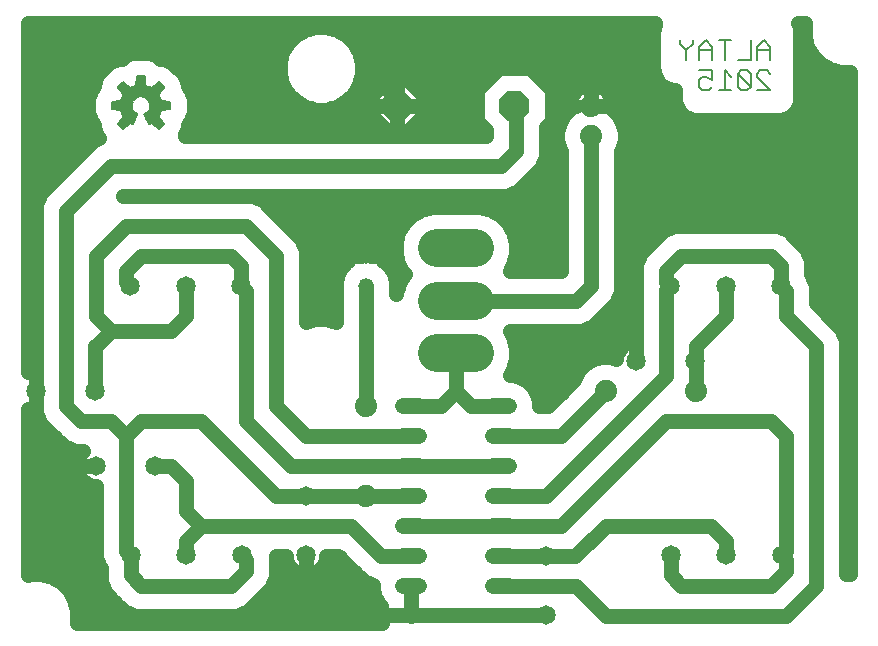
<source format=gbl>
G75*
%MOIN*%
%OFA0B0*%
%FSLAX24Y24*%
%IPPOS*%
%LPD*%
%AMOC8*
5,1,8,0,0,1.08239X$1,22.5*
%
%ADD10C,0.0060*%
%ADD11C,0.0520*%
%ADD12C,0.0740*%
%ADD13C,0.0059*%
%ADD14C,0.0650*%
%ADD15OC8,0.1000*%
%ADD16C,0.0520*%
%ADD17C,0.1260*%
%ADD18C,0.0650*%
%ADD19C,0.0500*%
D10*
X023566Y029030D02*
X023780Y029030D01*
X023886Y029137D01*
X023886Y029350D02*
X023673Y029457D01*
X023566Y029457D01*
X023459Y029350D01*
X023459Y029137D01*
X023566Y029030D01*
X023886Y029350D02*
X023886Y029671D01*
X023459Y029671D01*
X023459Y030030D02*
X023459Y030457D01*
X023673Y030671D01*
X023886Y030457D01*
X023886Y030030D01*
X023886Y030350D02*
X023459Y030350D01*
X023242Y030564D02*
X023242Y030671D01*
X023242Y030564D02*
X023028Y030350D01*
X023028Y030030D01*
X023028Y030350D02*
X022815Y030564D01*
X022815Y030671D01*
X024104Y030671D02*
X024531Y030671D01*
X024317Y030671D02*
X024317Y030030D01*
X024317Y029671D02*
X024317Y029030D01*
X024104Y029030D02*
X024531Y029030D01*
X024748Y029137D02*
X024748Y029564D01*
X025175Y029137D01*
X025069Y029030D01*
X024855Y029030D01*
X024748Y029137D01*
X024531Y029457D02*
X024317Y029671D01*
X024748Y029564D02*
X024855Y029671D01*
X025069Y029671D01*
X025175Y029564D01*
X025175Y029137D01*
X025393Y029030D02*
X025820Y029030D01*
X025393Y029457D01*
X025393Y029564D01*
X025500Y029671D01*
X025713Y029671D01*
X025820Y029564D01*
X025820Y030030D02*
X025820Y030457D01*
X025606Y030671D01*
X025393Y030457D01*
X025393Y030030D01*
X025175Y030030D02*
X024748Y030030D01*
X025175Y030030D02*
X025175Y030671D01*
X025393Y030350D02*
X025820Y030350D01*
D11*
X017110Y018500D02*
X016590Y018500D01*
X016590Y017500D02*
X017110Y017500D01*
X017110Y016500D02*
X016590Y016500D01*
X016590Y015500D02*
X017110Y015500D01*
X017110Y014500D02*
X016590Y014500D01*
X016590Y013500D02*
X017110Y013500D01*
X017110Y012500D02*
X016590Y012500D01*
X014110Y012500D02*
X013590Y012500D01*
X013590Y013500D02*
X014110Y013500D01*
X014110Y014500D02*
X013590Y014500D01*
X013590Y015500D02*
X014110Y015500D01*
X014110Y016500D02*
X013590Y016500D01*
X013590Y017500D02*
X014110Y017500D01*
X014110Y018500D02*
X013590Y018500D01*
D12*
X012350Y018500D03*
X012350Y015500D03*
X020350Y019000D03*
X023350Y019000D03*
X019850Y027500D03*
X019850Y028500D03*
D13*
X005827Y028522D02*
X005156Y028522D01*
X005157Y028517D02*
X005154Y028454D01*
X005138Y028393D01*
X005110Y028336D01*
X005072Y028287D01*
X005023Y028246D01*
X004968Y028216D01*
X005109Y027875D01*
X005209Y027926D01*
X005456Y027724D01*
X005626Y027894D01*
X005424Y028141D01*
X005475Y028241D01*
X005509Y028348D01*
X005827Y028380D01*
X005827Y028620D01*
X005509Y028652D01*
X005475Y028759D01*
X005424Y028859D01*
X005626Y029106D01*
X005456Y029276D01*
X005209Y029074D01*
X005109Y029125D01*
X005002Y029159D01*
X004970Y029477D01*
X004730Y029477D01*
X004698Y029159D01*
X004591Y029125D01*
X004491Y029074D01*
X004244Y029276D01*
X004074Y029106D01*
X004276Y028859D01*
X004225Y028759D01*
X004191Y028652D01*
X003873Y028620D01*
X003873Y028380D01*
X004191Y028348D01*
X004225Y028241D01*
X004276Y028141D01*
X004074Y027894D01*
X004244Y027724D01*
X004491Y027926D01*
X004591Y027875D01*
X004732Y028216D01*
X004679Y028244D01*
X004632Y028282D01*
X004594Y028329D01*
X004566Y028382D01*
X004548Y028440D01*
X004542Y028500D01*
X004549Y028563D01*
X004568Y028623D01*
X004599Y028678D01*
X004641Y028725D01*
X004691Y028763D01*
X004748Y028790D01*
X004810Y028805D01*
X004873Y028807D01*
X004935Y028796D01*
X004994Y028772D01*
X005046Y028737D01*
X005090Y028692D01*
X005125Y028639D01*
X005147Y028580D01*
X005827Y028580D01*
X005827Y028465D02*
X005155Y028465D01*
X005157Y028517D02*
X005147Y028580D01*
X005125Y028637D02*
X005655Y028637D01*
X005496Y028695D02*
X005087Y028695D01*
X005023Y028753D02*
X005477Y028753D01*
X005449Y028810D02*
X004251Y028810D01*
X004269Y028868D02*
X005431Y028868D01*
X005478Y028925D02*
X004222Y028925D01*
X004175Y028983D02*
X005525Y028983D01*
X005572Y029040D02*
X004128Y029040D01*
X004081Y029098D02*
X004462Y029098D01*
X004538Y029098D02*
X005162Y029098D01*
X005238Y029098D02*
X005619Y029098D01*
X005576Y029155D02*
X005309Y029155D01*
X005379Y029213D02*
X005519Y029213D01*
X005461Y029271D02*
X005450Y029271D01*
X005014Y029155D02*
X004686Y029155D01*
X004703Y029213D02*
X004997Y029213D01*
X004991Y029271D02*
X004709Y029271D01*
X004715Y029328D02*
X004985Y029328D01*
X004979Y029386D02*
X004721Y029386D01*
X004727Y029443D02*
X004973Y029443D01*
X004391Y029155D02*
X004124Y029155D01*
X004181Y029213D02*
X004321Y029213D01*
X004250Y029271D02*
X004239Y029271D01*
X004223Y028753D02*
X004677Y028753D01*
X004614Y028695D02*
X004204Y028695D01*
X004045Y028637D02*
X004576Y028637D01*
X004554Y028580D02*
X003873Y028580D01*
X003873Y028522D02*
X004545Y028522D01*
X004546Y028465D02*
X003873Y028465D01*
X003873Y028407D02*
X004558Y028407D01*
X004583Y028350D02*
X004172Y028350D01*
X004208Y028292D02*
X004625Y028292D01*
X004697Y028235D02*
X004228Y028235D01*
X004258Y028177D02*
X004716Y028177D01*
X004692Y028119D02*
X004258Y028119D01*
X004211Y028062D02*
X004669Y028062D01*
X004645Y028004D02*
X004164Y028004D01*
X004117Y027947D02*
X004621Y027947D01*
X004597Y027889D02*
X004563Y027889D01*
X004446Y027889D02*
X004079Y027889D01*
X004137Y027832D02*
X004376Y027832D01*
X004305Y027774D02*
X004194Y027774D01*
X005008Y028119D02*
X005442Y028119D01*
X005442Y028177D02*
X004984Y028177D01*
X005002Y028235D02*
X005472Y028235D01*
X005492Y028292D02*
X005076Y028292D01*
X005117Y028350D02*
X005528Y028350D01*
X005489Y028062D02*
X005031Y028062D01*
X005055Y028004D02*
X005536Y028004D01*
X005583Y027947D02*
X005079Y027947D01*
X005103Y027889D02*
X005137Y027889D01*
X005254Y027889D02*
X005621Y027889D01*
X005563Y027832D02*
X005324Y027832D01*
X005395Y027774D02*
X005506Y027774D01*
X005827Y028407D02*
X005142Y028407D01*
D14*
X004488Y022492D03*
X006350Y022492D03*
X008189Y022496D03*
X008212Y013508D03*
X006350Y013508D03*
X004511Y013504D03*
X022511Y013504D03*
X024350Y013508D03*
X026212Y013508D03*
X026189Y022496D03*
X024350Y022492D03*
X022488Y022492D03*
D15*
X017300Y028500D03*
X013400Y028500D03*
D16*
X012350Y023500D03*
X012350Y022500D03*
D17*
X014720Y022000D02*
X015980Y022000D01*
X015980Y023750D02*
X014720Y023750D01*
X014720Y020250D02*
X015980Y020250D01*
D18*
X021366Y020000D03*
X023334Y020000D03*
X018350Y013484D03*
X018350Y011516D03*
X010350Y013516D03*
X010350Y015484D03*
X005334Y016500D03*
X003366Y016500D03*
X003334Y019000D03*
X001366Y019000D03*
D19*
X002730Y011318D02*
X002712Y011250D01*
X012871Y011250D01*
X012850Y011301D01*
X012850Y011812D01*
X012782Y011880D01*
X012649Y012110D01*
X012580Y012367D01*
X012580Y012529D01*
X012284Y012652D01*
X012002Y012934D01*
X011436Y013500D01*
X011025Y013500D01*
X011025Y013472D01*
X011013Y013384D01*
X010991Y013298D01*
X010957Y013217D01*
X010912Y013140D01*
X010859Y013070D01*
X010796Y013007D01*
X010726Y012953D01*
X010649Y012909D01*
X010567Y012875D01*
X010482Y012852D01*
X010394Y012841D01*
X010350Y012841D01*
X010350Y013500D01*
X010350Y012841D01*
X010306Y012841D01*
X010218Y012852D01*
X010133Y012875D01*
X010051Y012909D01*
X009974Y012953D01*
X009904Y013007D01*
X009841Y013070D01*
X009788Y013140D01*
X009743Y013217D01*
X009709Y013298D01*
X009687Y013384D01*
X009675Y013472D01*
X009675Y013500D01*
X009350Y013500D01*
X009350Y012801D01*
X009198Y012434D01*
X008916Y012152D01*
X008416Y011652D01*
X008049Y011500D01*
X004651Y011500D01*
X004284Y011652D01*
X004002Y011934D01*
X003664Y012272D01*
X003511Y012640D01*
X003511Y013086D01*
X003510Y013089D01*
X003509Y013092D01*
X003502Y013099D01*
X003350Y013466D01*
X003350Y015825D01*
X003322Y015825D01*
X003234Y015837D01*
X003148Y015859D01*
X003067Y015893D01*
X002990Y015938D01*
X002920Y015991D01*
X002857Y016054D01*
X002803Y016124D01*
X002759Y016201D01*
X002725Y016283D01*
X002702Y016368D01*
X002691Y016456D01*
X002691Y016500D01*
X003350Y016500D01*
X003350Y016500D01*
X002691Y016500D01*
X002691Y016544D01*
X002702Y016632D01*
X002725Y016717D01*
X002759Y016799D01*
X002803Y016876D01*
X002857Y016946D01*
X002911Y017000D01*
X002651Y017000D01*
X002284Y017152D01*
X002002Y017434D01*
X001502Y017934D01*
X001350Y018301D01*
X001350Y018325D01*
X001322Y018325D01*
X001234Y018337D01*
X001148Y018359D01*
X001100Y018379D01*
X001100Y012862D01*
X001168Y012880D01*
X001532Y012880D01*
X001883Y012786D01*
X002197Y012604D01*
X002454Y012347D01*
X002636Y012033D01*
X002730Y011682D01*
X002730Y011318D01*
X002730Y011458D02*
X012850Y011458D01*
X012738Y011957D02*
X008721Y011957D01*
X009207Y012455D02*
X012580Y012455D01*
X012002Y012934D02*
X012002Y012934D01*
X011982Y012954D02*
X010726Y012954D01*
X010350Y012954D02*
X010350Y012954D01*
X010350Y013000D02*
X010350Y013516D01*
X010350Y012000D01*
X009850Y011500D01*
X003350Y011500D01*
X001350Y013500D01*
X001350Y016000D01*
X001850Y016500D01*
X003366Y016500D01*
X002854Y016942D02*
X001100Y016942D01*
X001350Y017000D02*
X001850Y016500D01*
X001350Y017000D02*
X001350Y020484D01*
X001366Y019000D01*
X001366Y028516D01*
X002850Y031000D01*
X011900Y031250D01*
X013400Y028500D01*
X014250Y028500D01*
X014250Y028852D01*
X013752Y029350D01*
X013400Y029350D01*
X013400Y028500D01*
X013400Y028500D01*
X013400Y028500D01*
X014250Y028500D01*
X014250Y028148D01*
X013752Y027650D01*
X013400Y027650D01*
X013400Y028500D01*
X013400Y028500D01*
X013400Y028500D01*
X012550Y028500D01*
X012550Y028852D01*
X013048Y029350D01*
X013400Y029350D01*
X013400Y028500D01*
X013400Y027650D01*
X013048Y027650D01*
X012550Y028148D01*
X012550Y028500D01*
X013400Y028500D01*
X013400Y028407D02*
X013400Y028407D01*
X013400Y028906D02*
X013400Y028906D01*
X014197Y028906D02*
X016050Y028906D01*
X016050Y029018D02*
X016050Y027982D01*
X016350Y027682D01*
X016350Y027500D01*
X006306Y027500D01*
X006331Y027559D01*
X006385Y027661D01*
X006390Y027701D01*
X006405Y027739D01*
X006405Y027854D01*
X006405Y027856D01*
X006406Y027857D01*
X006488Y027938D01*
X006503Y027976D01*
X006529Y028007D01*
X006562Y028118D01*
X006606Y028225D01*
X006606Y028266D01*
X006618Y028305D01*
X006606Y028420D01*
X006606Y028580D01*
X006618Y028695D01*
X006606Y028734D01*
X006606Y028775D01*
X006562Y028882D01*
X006529Y028993D01*
X006503Y029024D01*
X006488Y029062D01*
X006406Y029143D01*
X006405Y029144D01*
X006405Y029146D01*
X006405Y029261D01*
X006390Y029299D01*
X006385Y029339D01*
X006331Y029441D01*
X006286Y029548D01*
X006258Y029576D01*
X006238Y029612D01*
X006149Y029685D01*
X006035Y029799D01*
X005962Y029888D01*
X005926Y029908D01*
X005898Y029936D01*
X005791Y029981D01*
X005689Y030035D01*
X005649Y030040D01*
X005611Y030055D01*
X005496Y030055D01*
X005494Y030055D01*
X005493Y030056D01*
X005412Y030138D01*
X005374Y030153D01*
X005343Y030179D01*
X005232Y030212D01*
X005125Y030256D01*
X005084Y030256D01*
X005045Y030268D01*
X004930Y030256D01*
X004770Y030256D01*
X004655Y030268D01*
X004616Y030256D01*
X004575Y030256D01*
X004468Y030212D01*
X004357Y030179D01*
X004326Y030153D01*
X004288Y030138D01*
X004207Y030056D01*
X004206Y030055D01*
X004204Y030055D01*
X004089Y030055D01*
X004051Y030040D01*
X004011Y030035D01*
X003909Y029981D01*
X003802Y029936D01*
X003774Y029908D01*
X003738Y029888D01*
X003665Y029799D01*
X003551Y029685D01*
X003462Y029612D01*
X003442Y029576D01*
X003414Y029548D01*
X003369Y029441D01*
X003315Y029339D01*
X003310Y029299D01*
X003295Y029261D01*
X003295Y029146D01*
X003295Y029144D01*
X003294Y029143D01*
X003212Y029062D01*
X003197Y029024D01*
X003171Y028993D01*
X003138Y028882D01*
X003094Y028775D01*
X003094Y028734D01*
X003082Y028695D01*
X003094Y028580D01*
X003094Y028420D01*
X003082Y028305D01*
X003094Y028266D01*
X003094Y028225D01*
X003138Y028118D01*
X003171Y028007D01*
X003197Y027976D01*
X003212Y027938D01*
X003294Y027857D01*
X003295Y027856D01*
X003295Y027854D01*
X003295Y027739D01*
X003310Y027701D01*
X003315Y027661D01*
X003369Y027559D01*
X003414Y027452D01*
X003442Y027424D01*
X003447Y027415D01*
X003284Y027348D01*
X003002Y027066D01*
X001502Y025566D01*
X001350Y025199D01*
X001350Y019675D01*
X001322Y019675D01*
X001234Y019663D01*
X001148Y019641D01*
X001100Y019621D01*
X001100Y031246D01*
X021997Y031246D01*
X021986Y031220D01*
X021970Y031178D01*
X021956Y031135D01*
X021945Y031091D01*
X021937Y031046D01*
X021932Y031001D01*
X021929Y030956D01*
X021929Y029744D01*
X021932Y029699D01*
X021937Y029654D01*
X021945Y029609D01*
X021956Y029565D01*
X021970Y029522D01*
X021986Y029480D01*
X022004Y029438D01*
X022025Y029398D01*
X022049Y029359D01*
X022074Y029322D01*
X022102Y029286D01*
X022133Y029252D01*
X022165Y029220D01*
X022198Y029190D01*
X022234Y029162D01*
X022271Y029137D01*
X022310Y029113D01*
X022350Y029092D01*
X022392Y029073D01*
X022434Y029057D01*
X022477Y029044D01*
X022521Y029033D01*
X022566Y029025D01*
X022611Y029019D01*
X022646Y029017D01*
X022646Y028744D01*
X022648Y028699D01*
X022654Y028654D01*
X022662Y028609D01*
X022673Y028565D01*
X022686Y028522D01*
X022703Y028480D01*
X022721Y028438D01*
X022742Y028398D01*
X022766Y028359D01*
X022791Y028322D01*
X022819Y028286D01*
X022849Y028252D01*
X022881Y028220D01*
X022915Y028190D01*
X022951Y028162D01*
X022988Y028137D01*
X023027Y028113D01*
X023067Y028092D01*
X023109Y028073D01*
X023151Y028057D01*
X023194Y028044D01*
X023238Y028033D01*
X023283Y028025D01*
X023328Y028019D01*
X023373Y028017D01*
X026106Y028017D01*
X026151Y028019D01*
X026196Y028025D01*
X026241Y028033D01*
X026285Y028044D01*
X026328Y028057D01*
X026370Y028073D01*
X026412Y028092D01*
X026452Y028113D01*
X026491Y028137D01*
X026528Y028162D01*
X026564Y028190D01*
X026598Y028220D01*
X026630Y028252D01*
X026660Y028286D01*
X026688Y028322D01*
X026713Y028359D01*
X026737Y028398D01*
X026758Y028438D01*
X026777Y028480D01*
X026793Y028522D01*
X026806Y028565D01*
X026817Y028609D01*
X026825Y028654D01*
X026831Y028699D01*
X026833Y028744D01*
X026833Y030956D01*
X026831Y031001D01*
X026825Y031046D01*
X026817Y031091D01*
X026806Y031135D01*
X026793Y031178D01*
X026777Y031220D01*
X026765Y031246D01*
X026987Y031246D01*
X026970Y031182D01*
X026970Y030818D01*
X027064Y030467D01*
X027246Y030153D01*
X027503Y029896D01*
X027817Y029714D01*
X028168Y029620D01*
X028470Y029620D01*
X028470Y012880D01*
X028350Y012880D01*
X028350Y020699D01*
X028198Y021066D01*
X027350Y021914D01*
X027350Y022534D01*
X027198Y022901D01*
X027191Y022908D01*
X027190Y022911D01*
X027189Y022914D01*
X027189Y023360D01*
X027036Y023728D01*
X026698Y024066D01*
X026698Y024066D01*
X026416Y024348D01*
X026049Y024500D01*
X022651Y024500D01*
X022284Y024348D01*
X021784Y023848D01*
X021502Y023566D01*
X021350Y023199D01*
X021350Y020675D01*
X021322Y020675D01*
X021234Y020663D01*
X021148Y020641D01*
X021067Y020607D01*
X020990Y020562D01*
X020920Y020509D01*
X020857Y020446D01*
X020803Y020376D01*
X020759Y020299D01*
X020725Y020217D01*
X020702Y020132D01*
X020694Y020067D01*
X020497Y020120D01*
X020203Y020120D01*
X019918Y020044D01*
X019662Y019896D01*
X019454Y019688D01*
X019306Y019432D01*
X019284Y019348D01*
X018436Y018500D01*
X018120Y018500D01*
X018120Y018633D01*
X018051Y018890D01*
X017918Y019120D01*
X017730Y019308D01*
X017500Y019441D01*
X017243Y019510D01*
X017146Y019510D01*
X017266Y019717D01*
X017360Y020068D01*
X017360Y020432D01*
X017266Y020783D01*
X017140Y021000D01*
X019549Y021000D01*
X019916Y021152D01*
X020198Y021434D01*
X020698Y021934D01*
X020850Y022301D01*
X020850Y026992D01*
X020894Y027068D01*
X020970Y027353D01*
X020970Y027647D01*
X020894Y027932D01*
X020746Y028188D01*
X020560Y028374D01*
X020570Y028453D01*
X020570Y028500D01*
X020570Y028547D01*
X020558Y028641D01*
X020533Y028732D01*
X020497Y028819D01*
X020450Y028901D01*
X020392Y028976D01*
X020326Y029042D01*
X020251Y029100D01*
X020169Y029147D01*
X020082Y029183D01*
X019991Y029208D01*
X019897Y029220D01*
X019850Y029220D01*
X019850Y028620D01*
X019850Y028620D01*
X019850Y029220D01*
X019803Y029220D01*
X019709Y029208D01*
X019618Y029183D01*
X019531Y029147D01*
X019449Y029100D01*
X019374Y029042D01*
X019308Y028976D01*
X019250Y028901D01*
X019203Y028819D01*
X019167Y028732D01*
X019142Y028641D01*
X019130Y028547D01*
X019130Y028500D01*
X019342Y028500D01*
X019130Y028500D01*
X019130Y028453D01*
X019140Y028374D01*
X018954Y028188D01*
X018806Y027932D01*
X018730Y027647D01*
X018730Y027353D01*
X018806Y027068D01*
X018850Y026992D01*
X018850Y023000D01*
X017140Y023000D01*
X017266Y023217D01*
X017360Y023568D01*
X017360Y023932D01*
X017266Y024283D01*
X017084Y024597D01*
X016827Y024854D01*
X016513Y025036D01*
X016162Y025130D01*
X014538Y025130D01*
X014187Y025036D01*
X013873Y024854D01*
X013616Y024597D01*
X013434Y024283D01*
X013340Y023932D01*
X013340Y023568D01*
X013434Y023217D01*
X013616Y022903D01*
X013643Y022875D01*
X013616Y022847D01*
X013434Y022533D01*
X013350Y022219D01*
X013350Y022330D01*
X013360Y022367D01*
X013360Y022633D01*
X013350Y022670D01*
X013350Y022699D01*
X013328Y022751D01*
X013291Y022890D01*
X013219Y023014D01*
X013198Y023066D01*
X013178Y023087D01*
X013158Y023120D01*
X012970Y023308D01*
X012937Y023328D01*
X012936Y023329D01*
X012945Y023357D01*
X012960Y023452D01*
X012960Y023500D01*
X012960Y023548D01*
X012945Y023643D01*
X012915Y023734D01*
X012872Y023820D01*
X012815Y023897D01*
X012747Y023965D01*
X012670Y024022D01*
X012584Y024065D01*
X012493Y024095D01*
X012398Y024110D01*
X012350Y024110D01*
X012350Y023510D01*
X012350Y023510D01*
X012350Y024110D01*
X012302Y024110D01*
X012207Y024095D01*
X012116Y024065D01*
X012030Y024022D01*
X011953Y023965D01*
X011885Y023897D01*
X011828Y023820D01*
X011785Y023734D01*
X011755Y023643D01*
X011740Y023548D01*
X011740Y023500D01*
X012180Y023500D01*
X012180Y023500D01*
X012151Y023500D01*
X011740Y023500D01*
X011740Y023452D01*
X011755Y023357D01*
X011764Y023329D01*
X011763Y023328D01*
X011730Y023308D01*
X011542Y023120D01*
X011522Y023087D01*
X011502Y023066D01*
X011481Y023014D01*
X011409Y022890D01*
X011372Y022751D01*
X011350Y022699D01*
X011350Y022670D01*
X011340Y022633D01*
X011340Y022367D01*
X011350Y022330D01*
X011350Y021295D01*
X011032Y021380D01*
X010668Y021380D01*
X010350Y021295D01*
X010350Y023699D01*
X010198Y024066D01*
X009198Y025066D01*
X008916Y025348D01*
X008549Y025500D01*
X004264Y025500D01*
X004264Y025500D01*
X017049Y025500D01*
X017416Y025652D01*
X017916Y026152D01*
X018198Y026434D01*
X018350Y026801D01*
X018350Y027782D01*
X018550Y027982D01*
X018550Y029018D01*
X017818Y029750D01*
X016782Y029750D01*
X016050Y029018D01*
X016436Y029404D02*
X012186Y029404D01*
X012230Y029568D02*
X012136Y029217D01*
X011954Y028903D01*
X011697Y028646D01*
X011383Y028464D01*
X011032Y028370D01*
X010668Y028370D01*
X010317Y028464D01*
X010003Y028646D01*
X009746Y028903D01*
X009564Y029217D01*
X009470Y029568D01*
X009470Y029932D01*
X009564Y030283D01*
X009746Y030597D01*
X010003Y030854D01*
X010317Y031036D01*
X010668Y031130D01*
X011032Y031130D01*
X011383Y031036D01*
X011697Y030854D01*
X011954Y030597D01*
X012136Y030283D01*
X012230Y029932D01*
X012230Y029568D01*
X012230Y029903D02*
X021929Y029903D01*
X022022Y029404D02*
X018164Y029404D01*
X018550Y028906D02*
X019254Y028906D01*
X019342Y028500D02*
X019342Y028500D01*
X019136Y028407D02*
X018550Y028407D01*
X018476Y027909D02*
X018800Y027909D01*
X018730Y027410D02*
X018350Y027410D01*
X018350Y026912D02*
X018850Y026912D01*
X018850Y026413D02*
X018177Y026413D01*
X017679Y025915D02*
X018850Y025915D01*
X018850Y025416D02*
X008752Y025416D01*
X009347Y024918D02*
X013982Y024918D01*
X013513Y024419D02*
X009845Y024419D01*
X010258Y023921D02*
X011908Y023921D01*
X012350Y023921D02*
X012350Y023921D01*
X012792Y023921D02*
X013340Y023921D01*
X013379Y023422D02*
X012955Y023422D01*
X012960Y023500D02*
X012549Y023500D01*
X012549Y023500D01*
X012520Y023500D01*
X012960Y023500D01*
X012520Y023500D02*
X012520Y023500D01*
X012151Y023500D02*
X012151Y023500D01*
X011745Y023422D02*
X010350Y023422D01*
X010350Y022924D02*
X011428Y022924D01*
X011340Y022425D02*
X010350Y022425D01*
X010350Y021927D02*
X011350Y021927D01*
X011350Y021428D02*
X010350Y021428D01*
X008350Y022335D02*
X008350Y018000D01*
X009850Y016500D01*
X013850Y016500D01*
X016850Y016500D01*
X016850Y015500D02*
X018350Y015500D01*
X022350Y019500D01*
X022350Y022354D01*
X022488Y022492D01*
X022350Y022630D01*
X022350Y023000D01*
X022850Y023500D01*
X025850Y023500D01*
X026189Y023161D01*
X026189Y022496D01*
X026350Y022335D01*
X026350Y021500D01*
X027350Y020500D01*
X027350Y012500D01*
X026350Y011500D01*
X020350Y011500D01*
X019350Y012500D01*
X016850Y012500D01*
X016850Y013500D02*
X018834Y013500D01*
X018350Y013484D01*
X019334Y013484D01*
X020350Y014500D01*
X023850Y014500D01*
X024350Y014000D01*
X024350Y013508D01*
X022850Y012500D02*
X025850Y012500D01*
X026350Y013000D01*
X026350Y013370D01*
X026212Y013508D01*
X026350Y013646D01*
X026350Y017500D01*
X025850Y018000D01*
X022350Y018000D01*
X018850Y014500D01*
X016850Y014500D01*
X013850Y014500D01*
X013850Y013500D02*
X012850Y013500D01*
X011850Y014500D01*
X006850Y014500D01*
X006350Y015000D01*
X006350Y016000D01*
X005850Y016500D01*
X005334Y016500D01*
X004350Y017500D02*
X004850Y018000D01*
X006850Y018000D01*
X009350Y015500D01*
X010334Y015500D01*
X010350Y015484D01*
X012334Y015484D01*
X012350Y015500D01*
X013850Y015500D01*
X013850Y017500D02*
X010350Y017500D01*
X009350Y018500D01*
X009350Y023500D01*
X008350Y024500D01*
X004350Y024500D01*
X003350Y023500D01*
X003350Y021500D01*
X003850Y021000D01*
X003350Y020500D01*
X003334Y020500D01*
X003334Y019000D01*
X002350Y018500D02*
X002850Y018000D01*
X003850Y018000D01*
X004350Y017500D01*
X004350Y013665D01*
X004511Y013504D01*
X004511Y012839D01*
X004850Y012500D01*
X007850Y012500D01*
X008350Y013000D01*
X008350Y013370D01*
X008212Y013508D01*
X009350Y013452D02*
X009678Y013452D01*
X009974Y012954D02*
X009350Y012954D01*
X010350Y013000D02*
X010850Y012500D01*
X010850Y011500D01*
X010866Y011516D01*
X018350Y011516D01*
X022511Y012839D02*
X022850Y012500D01*
X022511Y012839D02*
X022511Y013504D01*
X018850Y017500D02*
X020350Y019000D01*
X019725Y019933D02*
X017324Y019933D01*
X017512Y019434D02*
X019307Y019434D01*
X018871Y018936D02*
X018025Y018936D01*
X016850Y018500D02*
X015850Y018500D01*
X015350Y019000D01*
X015350Y020250D01*
X015350Y019000D02*
X014850Y018500D01*
X013850Y018500D01*
X012350Y018500D02*
X012350Y022500D01*
X013360Y022425D02*
X013405Y022425D01*
X013272Y022924D02*
X013604Y022924D01*
X015350Y022000D02*
X019350Y022000D01*
X019850Y022500D01*
X019850Y027500D01*
X019850Y028500D02*
X020850Y028500D01*
X021350Y028000D01*
X021350Y020016D01*
X021366Y020000D01*
X020846Y020431D02*
X017360Y020431D01*
X017181Y020930D02*
X021350Y020930D01*
X021350Y021428D02*
X020192Y021428D01*
X020691Y021927D02*
X021350Y021927D01*
X021350Y022425D02*
X020850Y022425D01*
X020850Y022924D02*
X021350Y022924D01*
X021442Y023422D02*
X020850Y023422D01*
X020850Y023921D02*
X021856Y023921D01*
X022456Y024419D02*
X020850Y024419D01*
X020850Y024918D02*
X028470Y024918D01*
X028470Y024419D02*
X026244Y024419D01*
X026844Y023921D02*
X028470Y023921D01*
X028470Y023422D02*
X027163Y023422D01*
X027189Y022924D02*
X028470Y022924D01*
X028470Y022425D02*
X027350Y022425D01*
X027350Y021927D02*
X028470Y021927D01*
X028470Y021428D02*
X027836Y021428D01*
X028254Y020930D02*
X028470Y020930D01*
X028470Y020431D02*
X028350Y020431D01*
X028350Y019933D02*
X028470Y019933D01*
X028470Y019434D02*
X028350Y019434D01*
X028350Y018936D02*
X028470Y018936D01*
X028470Y018437D02*
X028350Y018437D01*
X028350Y017939D02*
X028470Y017939D01*
X028470Y017440D02*
X028350Y017440D01*
X028350Y016942D02*
X028470Y016942D01*
X028470Y016443D02*
X028350Y016443D01*
X028350Y015945D02*
X028470Y015945D01*
X028470Y015446D02*
X028350Y015446D01*
X028350Y014948D02*
X028470Y014948D01*
X028470Y014449D02*
X028350Y014449D01*
X028350Y013951D02*
X028470Y013951D01*
X028470Y013452D02*
X028350Y013452D01*
X028350Y012954D02*
X028470Y012954D01*
X023350Y019000D02*
X023350Y020484D01*
X023334Y020000D01*
X023350Y020500D01*
X024350Y021500D01*
X024350Y022492D01*
X020850Y025416D02*
X028470Y025416D01*
X028470Y025915D02*
X020850Y025915D01*
X020850Y026413D02*
X028470Y026413D01*
X028470Y026912D02*
X020850Y026912D01*
X020970Y027410D02*
X028470Y027410D01*
X028470Y027909D02*
X020900Y027909D01*
X020564Y028407D02*
X022737Y028407D01*
X022646Y028906D02*
X020446Y028906D01*
X020358Y028500D02*
X020570Y028500D01*
X020358Y028500D01*
X020358Y028500D01*
X019850Y028906D02*
X019850Y028906D01*
X021929Y030401D02*
X012068Y030401D01*
X011619Y030900D02*
X021929Y030900D01*
X017350Y028450D02*
X017350Y027000D01*
X016850Y026500D01*
X003850Y026500D01*
X002350Y025000D01*
X002350Y018500D01*
X001500Y017939D02*
X001100Y017939D01*
X001100Y017440D02*
X001996Y017440D01*
X002692Y016443D02*
X001100Y016443D01*
X001100Y015945D02*
X002981Y015945D01*
X003350Y015446D02*
X001100Y015446D01*
X001100Y014948D02*
X003350Y014948D01*
X003350Y014449D02*
X001100Y014449D01*
X001100Y013951D02*
X003350Y013951D01*
X003356Y013452D02*
X001100Y013452D01*
X001100Y012954D02*
X003511Y012954D01*
X003588Y012455D02*
X002346Y012455D01*
X002656Y011957D02*
X003979Y011957D01*
X006350Y013508D02*
X006350Y014000D01*
X006850Y014500D01*
X010350Y013500D02*
X010350Y013500D01*
X010350Y013452D02*
X010350Y013452D01*
X011022Y013452D02*
X011484Y013452D01*
X013850Y012500D02*
X013850Y011500D01*
X016850Y017500D02*
X018850Y017500D01*
X018850Y023422D02*
X017321Y023422D01*
X017360Y023921D02*
X018850Y023921D01*
X018850Y024419D02*
X017187Y024419D01*
X016718Y024918D02*
X018850Y024918D01*
X016124Y027909D02*
X014011Y027909D01*
X014250Y028407D02*
X016050Y028407D01*
X017300Y028500D02*
X017350Y028450D01*
X013400Y027909D02*
X013400Y027909D01*
X012789Y027909D02*
X006458Y027909D01*
X006608Y028407D02*
X010530Y028407D01*
X011170Y028407D02*
X012550Y028407D01*
X012603Y028906D02*
X011956Y028906D01*
X010081Y030900D02*
X001100Y030900D01*
X001100Y030401D02*
X009632Y030401D01*
X009470Y029903D02*
X005936Y029903D01*
X006350Y029404D02*
X009514Y029404D01*
X009744Y028906D02*
X006555Y028906D01*
X003764Y029903D02*
X001100Y029903D01*
X001100Y029404D02*
X003350Y029404D01*
X003145Y028906D02*
X001100Y028906D01*
X001100Y028407D02*
X003092Y028407D01*
X003242Y027909D02*
X001100Y027909D01*
X001100Y027410D02*
X003434Y027410D01*
X002847Y026912D02*
X001100Y026912D01*
X001100Y026413D02*
X002349Y026413D01*
X001850Y025915D02*
X001100Y025915D01*
X001100Y025416D02*
X001440Y025416D01*
X001350Y024918D02*
X001100Y024918D01*
X001100Y024419D02*
X001350Y024419D01*
X001350Y023921D02*
X001100Y023921D01*
X001100Y023422D02*
X001350Y023422D01*
X001350Y022924D02*
X001100Y022924D01*
X001100Y022425D02*
X001350Y022425D01*
X001350Y021927D02*
X001100Y021927D01*
X001100Y021428D02*
X001350Y021428D01*
X001350Y020930D02*
X001100Y020930D01*
X001100Y020431D02*
X001350Y020431D01*
X001350Y019933D02*
X001100Y019933D01*
X003850Y021000D02*
X005850Y021000D01*
X006350Y021500D01*
X006350Y022492D01*
X004850Y023500D02*
X004350Y023000D01*
X004350Y022630D01*
X004488Y022492D01*
X004850Y023500D02*
X007850Y023500D01*
X008189Y023161D01*
X008189Y022496D01*
X008350Y022335D01*
X026742Y028407D02*
X028470Y028407D01*
X028470Y028906D02*
X026833Y028906D01*
X026833Y029404D02*
X028470Y029404D01*
X027496Y029903D02*
X026833Y029903D01*
X026833Y030401D02*
X027102Y030401D01*
X026970Y030900D02*
X026833Y030900D01*
M02*

</source>
